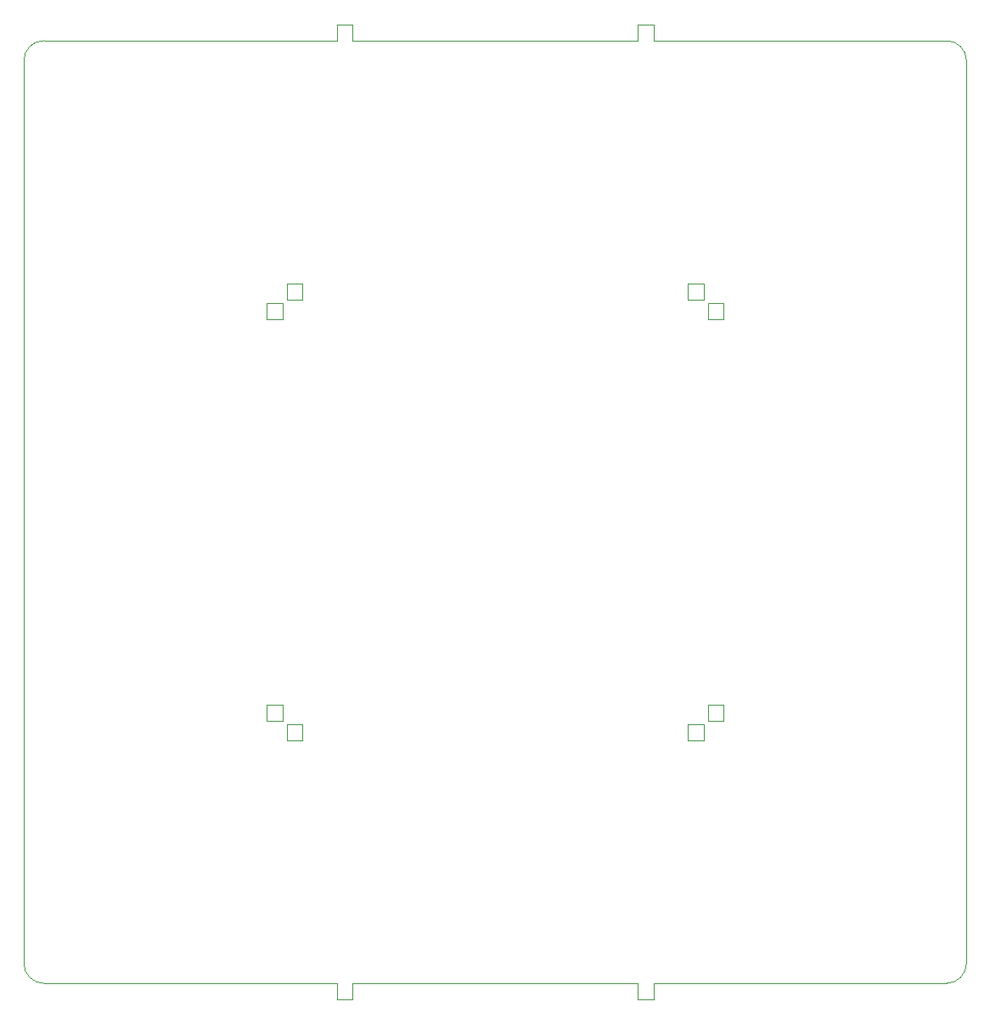
<source format=gbr>
%TF.GenerationSoftware,KiCad,Pcbnew,(5.1.6)-1*%
%TF.CreationDate,2020-10-21T23:40:19+01:00*%
%TF.ProjectId,nyantern,6e79616e-7465-4726-9e2e-6b696361645f,rev?*%
%TF.SameCoordinates,Original*%
%TF.FileFunction,Profile,NP*%
%FSLAX46Y46*%
G04 Gerber Fmt 4.6, Leading zero omitted, Abs format (unit mm)*
G04 Created by KiCad (PCBNEW (5.1.6)-1) date 2020-10-21 23:40:19*
%MOMM*%
%LPD*%
G01*
G04 APERTURE LIST*
%TA.AperFunction,Profile*%
%ADD10C,0.050000*%
%TD*%
G04 APERTURE END LIST*
D10*
X130800000Y-121200000D02*
X129200000Y-121200000D01*
X172800000Y-79200000D02*
X171200000Y-79200000D01*
X129200000Y-121200000D02*
X129200000Y-122800000D01*
X171200000Y-79200000D02*
X171200000Y-80800000D01*
X130800000Y-122800000D02*
X129200000Y-122800000D01*
X172800000Y-80800000D02*
X171200000Y-80800000D01*
X130800000Y-121200000D02*
X130800000Y-122800000D01*
X172800000Y-79200000D02*
X172800000Y-80800000D01*
X128800000Y-119200000D02*
X128800000Y-120800000D01*
X170800000Y-77200000D02*
X170800000Y-78800000D01*
X127200000Y-119200000D02*
X127200000Y-120800000D01*
X169200000Y-77200000D02*
X169200000Y-78800000D01*
X128800000Y-119200000D02*
X127200000Y-119200000D01*
X170800000Y-77200000D02*
X169200000Y-77200000D01*
X128800000Y-120800000D02*
X127200000Y-120800000D01*
X170800000Y-78800000D02*
X169200000Y-78800000D01*
X170800000Y-122800000D02*
X169200000Y-122800000D01*
X172800000Y-120800000D02*
X171200000Y-120800000D01*
X172800000Y-119200000D02*
X172800000Y-120800000D01*
X171200000Y-119200000D02*
X171200000Y-120800000D01*
X170800000Y-121200000D02*
X170800000Y-122800000D01*
X169200000Y-121200000D02*
X169200000Y-122800000D01*
X172800000Y-119200000D02*
X171200000Y-119200000D01*
X170800000Y-121200000D02*
X169200000Y-121200000D01*
X130800000Y-78800000D02*
X129200000Y-78800000D01*
X130800000Y-77200000D02*
X130800000Y-78800000D01*
X129200000Y-77200000D02*
X129200000Y-78800000D01*
X130800000Y-77200000D02*
X129200000Y-77200000D01*
X128800000Y-79200000D02*
X127200000Y-79200000D01*
X127200000Y-79200000D02*
X127200000Y-80800000D01*
X128800000Y-80800000D02*
X127200000Y-80800000D01*
X128800000Y-79200000D02*
X128800000Y-80800000D01*
X165800000Y-147000000D02*
X195000000Y-147000000D01*
X134200000Y-147000000D02*
X134200000Y-148600000D01*
X164200000Y-148600000D02*
X165800000Y-148600000D01*
X165800000Y-147000000D02*
X165800000Y-148600000D01*
X164200000Y-148600000D02*
X164200000Y-147000000D01*
X135800000Y-147000000D02*
X164200000Y-147000000D01*
X135800000Y-148600000D02*
X134200000Y-148600000D01*
X135800000Y-148600000D02*
X135800000Y-147000000D01*
X105000000Y-147000000D02*
X134200000Y-147000000D01*
X165800000Y-53000000D02*
X195000000Y-53000000D01*
X165800000Y-51400000D02*
X165800000Y-53000000D01*
X164200000Y-51400000D02*
X165800000Y-51400000D01*
X164200000Y-53000000D02*
X164200000Y-51400000D01*
X134200000Y-51400000D02*
X134200000Y-53000000D01*
X135800000Y-51400000D02*
X134200000Y-51400000D01*
X135800000Y-53000000D02*
X135800000Y-51400000D01*
X135800000Y-53000000D02*
X164200000Y-53000000D01*
X103000000Y-55000000D02*
G75*
G02*
X105000000Y-53000000I2000000J0D01*
G01*
X105000000Y-147000000D02*
G75*
G02*
X103000000Y-145000000I0J2000000D01*
G01*
X197000000Y-145000000D02*
G75*
G02*
X195000000Y-147000000I-2000000J0D01*
G01*
X195000000Y-53000000D02*
G75*
G02*
X197000000Y-55000000I0J-2000000D01*
G01*
X103000000Y-145000000D02*
X103000000Y-55000000D01*
X197000000Y-55000000D02*
X197000000Y-145000000D01*
X105000000Y-53000000D02*
X134200000Y-53000000D01*
M02*

</source>
